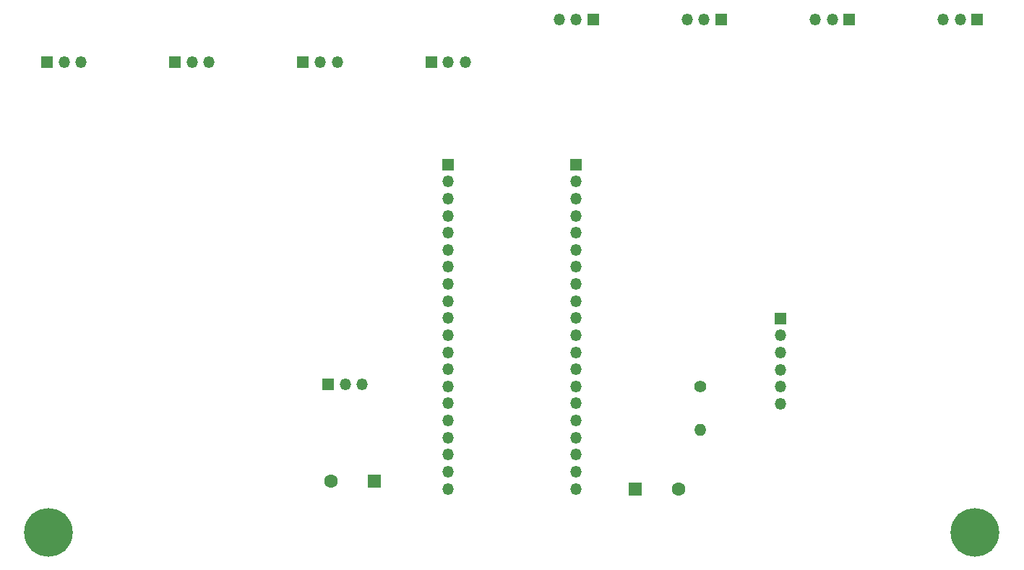
<source format=gbr>
%TF.GenerationSoftware,KiCad,Pcbnew,7.0.10*%
%TF.CreationDate,2024-01-29T08:00:26-03:00*%
%TF.ProjectId,sensor_agv,73656e73-6f72-45f6-9167-762e6b696361,rev?*%
%TF.SameCoordinates,Original*%
%TF.FileFunction,Soldermask,Bot*%
%TF.FilePolarity,Negative*%
%FSLAX46Y46*%
G04 Gerber Fmt 4.6, Leading zero omitted, Abs format (unit mm)*
G04 Created by KiCad (PCBNEW 7.0.10) date 2024-01-29 08:00:26*
%MOMM*%
%LPD*%
G01*
G04 APERTURE LIST*
%ADD10R,1.350000X1.350000*%
%ADD11O,1.350000X1.350000*%
%ADD12C,1.600000*%
%ADD13R,1.600000X1.600000*%
%ADD14C,5.700000*%
%ADD15C,1.400000*%
%ADD16O,1.400000X1.400000*%
G04 APERTURE END LIST*
D10*
%TO.C,U8*%
X200543000Y-68976400D03*
D11*
X198543000Y-68976400D03*
X196543000Y-68976400D03*
%TD*%
D12*
%TO.C,J4*%
X124841000Y-123113800D03*
D13*
X129921000Y-123113800D03*
%TD*%
D14*
%TO.C,REF\u002A\u002A*%
X200290000Y-129057400D03*
%TD*%
D10*
%TO.C,U1*%
X91543000Y-73976400D03*
D11*
X93543000Y-73976400D03*
X95543000Y-73976400D03*
%TD*%
D12*
%TO.C,J3*%
X165531800Y-124047700D03*
D13*
X160451800Y-124047700D03*
%TD*%
D10*
%TO.C,U5*%
X155543000Y-68976400D03*
D11*
X153543000Y-68976400D03*
X151543000Y-68976400D03*
%TD*%
D10*
%TO.C,U4*%
X136543000Y-73976400D03*
D11*
X138543000Y-73976400D03*
X140543000Y-73976400D03*
%TD*%
D10*
%TO.C,J2*%
X153543000Y-85976400D03*
D11*
X153543000Y-87976400D03*
X153543000Y-89976400D03*
X153543000Y-91976400D03*
X153543000Y-93976400D03*
X153543000Y-95976400D03*
X153543000Y-97976400D03*
X153543000Y-99976400D03*
X153543000Y-101976400D03*
X153543000Y-103976400D03*
X153543000Y-105976400D03*
X153543000Y-107976400D03*
X153543000Y-109976400D03*
X153543000Y-111976400D03*
X153543000Y-113976400D03*
X153543000Y-115976400D03*
X153543000Y-117976400D03*
X153543000Y-119976400D03*
X153543000Y-121976400D03*
X153543000Y-123976400D03*
%TD*%
D10*
%TO.C,U2*%
X106543000Y-73976400D03*
D11*
X108543000Y-73976400D03*
X110543000Y-73976400D03*
%TD*%
D10*
%TO.C,J1*%
X138543000Y-85976400D03*
D11*
X138543000Y-87976400D03*
X138543000Y-89976400D03*
X138543000Y-91976400D03*
X138543000Y-93976400D03*
X138543000Y-95976400D03*
X138543000Y-97976400D03*
X138543000Y-99976400D03*
X138543000Y-101976400D03*
X138543000Y-103976400D03*
X138543000Y-105976400D03*
X138543000Y-107976400D03*
X138543000Y-109976400D03*
X138543000Y-111976400D03*
X138543000Y-113976400D03*
X138543000Y-115976400D03*
X138543000Y-117976400D03*
X138543000Y-119976400D03*
X138543000Y-121976400D03*
X138543000Y-123976400D03*
%TD*%
D15*
%TO.C,R1*%
X168096200Y-111978800D03*
D16*
X168096200Y-117058800D03*
%TD*%
D10*
%TO.C,U7*%
X185543000Y-68976400D03*
D11*
X183543000Y-68976400D03*
X181543000Y-68976400D03*
%TD*%
D10*
%TO.C,U6*%
X170543000Y-68976400D03*
D11*
X168543000Y-68976400D03*
X166543000Y-68976400D03*
%TD*%
D14*
%TO.C,REF\u002A\u002A*%
X91744800Y-129057400D03*
%TD*%
D10*
%TO.C,U3*%
X121543000Y-73976400D03*
D11*
X123543000Y-73976400D03*
X125543000Y-73976400D03*
%TD*%
D10*
%TO.C,J5*%
X124491000Y-111699400D03*
D11*
X126491000Y-111699400D03*
X128491000Y-111699400D03*
%TD*%
D10*
%TO.C,T1*%
X177443400Y-104004200D03*
D11*
X177443400Y-106004200D03*
X177443400Y-108004200D03*
X177443400Y-110004200D03*
X177443400Y-112004200D03*
X177443400Y-114004200D03*
%TD*%
M02*

</source>
